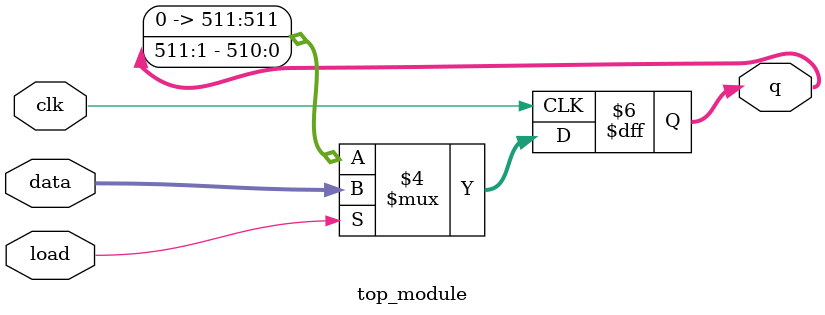
<source format=sv>
module top_module(
	input clk,
	input load,
	input [511:0] data,
	output reg [511:0] q);
	
always @(posedge clk) begin
	if (load) begin
		q <= data;
	end
	else begin
		q <= q >> 1;
	end
end

endmodule

</source>
